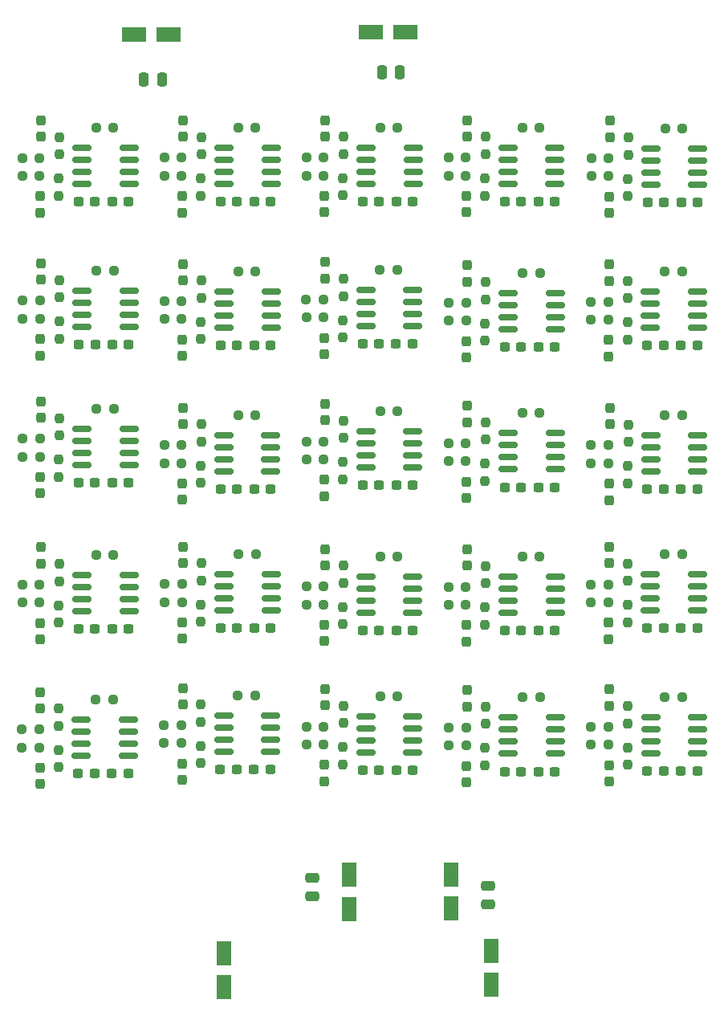
<source format=gbr>
%TF.GenerationSoftware,KiCad,Pcbnew,9.0.4*%
%TF.CreationDate,2025-09-23T10:18:56+12:00*%
%TF.ProjectId,esfgrid_ckt_IA,65736667-7269-4645-9f63-6b745f49412e,rev?*%
%TF.SameCoordinates,Original*%
%TF.FileFunction,Paste,Top*%
%TF.FilePolarity,Positive*%
%FSLAX46Y46*%
G04 Gerber Fmt 4.6, Leading zero omitted, Abs format (unit mm)*
G04 Created by KiCad (PCBNEW 9.0.4) date 2025-09-23 10:18:56*
%MOMM*%
%LPD*%
G01*
G04 APERTURE LIST*
G04 Aperture macros list*
%AMRoundRect*
0 Rectangle with rounded corners*
0 $1 Rounding radius*
0 $2 $3 $4 $5 $6 $7 $8 $9 X,Y pos of 4 corners*
0 Add a 4 corners polygon primitive as box body*
4,1,4,$2,$3,$4,$5,$6,$7,$8,$9,$2,$3,0*
0 Add four circle primitives for the rounded corners*
1,1,$1+$1,$2,$3*
1,1,$1+$1,$4,$5*
1,1,$1+$1,$6,$7*
1,1,$1+$1,$8,$9*
0 Add four rect primitives between the rounded corners*
20,1,$1+$1,$2,$3,$4,$5,0*
20,1,$1+$1,$4,$5,$6,$7,0*
20,1,$1+$1,$6,$7,$8,$9,0*
20,1,$1+$1,$8,$9,$2,$3,0*%
G04 Aperture macros list end*
%ADD10RoundRect,0.237500X-0.250000X-0.237500X0.250000X-0.237500X0.250000X0.237500X-0.250000X0.237500X0*%
%ADD11RoundRect,0.237500X0.237500X-0.250000X0.237500X0.250000X-0.237500X0.250000X-0.237500X-0.250000X0*%
%ADD12RoundRect,0.237500X-0.237500X0.300000X-0.237500X-0.300000X0.237500X-0.300000X0.237500X0.300000X0*%
%ADD13RoundRect,0.237500X-0.237500X0.250000X-0.237500X-0.250000X0.237500X-0.250000X0.237500X0.250000X0*%
%ADD14RoundRect,0.237500X-0.300000X-0.237500X0.300000X-0.237500X0.300000X0.237500X-0.300000X0.237500X0*%
%ADD15RoundRect,0.250000X-1.050000X-0.550000X1.050000X-0.550000X1.050000X0.550000X-1.050000X0.550000X0*%
%ADD16RoundRect,0.237500X0.300000X0.237500X-0.300000X0.237500X-0.300000X-0.237500X0.300000X-0.237500X0*%
%ADD17RoundRect,0.250000X-0.550000X1.050000X-0.550000X-1.050000X0.550000X-1.050000X0.550000X1.050000X0*%
%ADD18RoundRect,0.150000X-0.825000X-0.150000X0.825000X-0.150000X0.825000X0.150000X-0.825000X0.150000X0*%
%ADD19RoundRect,0.250000X-0.250000X-0.475000X0.250000X-0.475000X0.250000X0.475000X-0.250000X0.475000X0*%
%ADD20RoundRect,0.250000X0.475000X-0.250000X0.475000X0.250000X-0.475000X0.250000X-0.475000X-0.250000X0*%
%ADD21RoundRect,0.250000X0.250000X0.475000X-0.250000X0.475000X-0.250000X-0.475000X0.250000X-0.475000X0*%
%ADD22RoundRect,0.250000X0.550000X-1.050000X0.550000X1.050000X-0.550000X1.050000X-0.550000X-1.050000X0*%
G04 APERTURE END LIST*
D10*
%TO.C,R20*%
X228152600Y-57572500D03*
X229977600Y-57572500D03*
%TD*%
D11*
%TO.C,R27*%
X179280000Y-79810000D03*
X179280000Y-77985000D03*
%TD*%
%TO.C,R82*%
X194257500Y-109682500D03*
X194257500Y-107857500D03*
%TD*%
D12*
%TO.C,C88*%
X177247600Y-125047500D03*
X177247600Y-126772500D03*
%TD*%
%TO.C,C104*%
X237280000Y-124777500D03*
X237280000Y-126502500D03*
%TD*%
D10*
%TO.C,R38*%
X205355000Y-75700000D03*
X207180000Y-75700000D03*
%TD*%
D13*
%TO.C,R106*%
X194260000Y-118385000D03*
X194260000Y-120210000D03*
%TD*%
D12*
%TO.C,C64*%
X237290000Y-95097500D03*
X237290000Y-96822500D03*
%TD*%
D14*
%TO.C,C105*%
X244877500Y-125370000D03*
X246602500Y-125370000D03*
%TD*%
D15*
%TO.C,C109*%
X187200000Y-47750000D03*
X190800000Y-47750000D03*
%TD*%
D16*
%TO.C,C82*%
X228032500Y-110600000D03*
X226307500Y-110600000D03*
%TD*%
D12*
%TO.C,C96*%
X207252500Y-124737500D03*
X207252500Y-126462500D03*
%TD*%
D17*
%TO.C,C2*%
X224845000Y-144345000D03*
X224845000Y-147945000D03*
%TD*%
D10*
%TO.C,R53*%
X175425000Y-90380000D03*
X177250000Y-90380000D03*
%TD*%
D12*
%TO.C,C68*%
X177300000Y-109787500D03*
X177300000Y-111512500D03*
%TD*%
D18*
%TO.C,U22*%
X241670000Y-104670000D03*
X241670000Y-105940000D03*
X241670000Y-107210000D03*
X241670000Y-108480000D03*
X246620000Y-108480000D03*
X246620000Y-107210000D03*
X246620000Y-105940000D03*
X246620000Y-104670000D03*
%TD*%
D11*
%TO.C,R72*%
X239250000Y-95050000D03*
X239250000Y-93225000D03*
%TD*%
D13*
%TO.C,R51*%
X179330000Y-88185000D03*
X179330000Y-90010000D03*
%TD*%
D12*
%TO.C,C55*%
X207340000Y-86712500D03*
X207340000Y-88437500D03*
%TD*%
D16*
%TO.C,C46*%
X243042500Y-80555000D03*
X241317500Y-80555000D03*
%TD*%
D14*
%TO.C,C45*%
X244867500Y-80555000D03*
X246592500Y-80555000D03*
%TD*%
D11*
%TO.C,R92*%
X224220000Y-109960000D03*
X224220000Y-108135000D03*
%TD*%
D16*
%TO.C,C34*%
X198062500Y-80510000D03*
X196337500Y-80510000D03*
%TD*%
D10*
%TO.C,R113*%
X205367500Y-120700000D03*
X207192500Y-120700000D03*
%TD*%
D12*
%TO.C,C79*%
X222340000Y-102027500D03*
X222340000Y-103752500D03*
%TD*%
D10*
%TO.C,R94*%
X220377500Y-107860000D03*
X222202500Y-107860000D03*
%TD*%
D16*
%TO.C,C42*%
X228042500Y-80670000D03*
X226317500Y-80670000D03*
%TD*%
D10*
%TO.C,R79*%
X175417500Y-107640000D03*
X177242500Y-107640000D03*
%TD*%
D12*
%TO.C,C7*%
X177377600Y-56817500D03*
X177377600Y-58542500D03*
%TD*%
D10*
%TO.C,R25*%
X243205000Y-57620000D03*
X245030000Y-57620000D03*
%TD*%
D14*
%TO.C,C85*%
X244867500Y-110350000D03*
X246592500Y-110350000D03*
%TD*%
D11*
%TO.C,R57*%
X194220000Y-95030000D03*
X194220000Y-93205000D03*
%TD*%
D10*
%TO.C,R88*%
X205375000Y-105940000D03*
X207200000Y-105940000D03*
%TD*%
%TO.C,R28*%
X175435000Y-75820000D03*
X177260000Y-75820000D03*
%TD*%
%TO.C,R43*%
X220385000Y-76040000D03*
X222210000Y-76040000D03*
%TD*%
D12*
%TO.C,C83*%
X237350000Y-101777500D03*
X237350000Y-103502500D03*
%TD*%
D16*
%TO.C,C54*%
X198032500Y-95670000D03*
X196307500Y-95670000D03*
%TD*%
D13*
%TO.C,R76*%
X179320000Y-103555000D03*
X179320000Y-105380000D03*
%TD*%
D10*
%TO.C,R10*%
X198192600Y-57577500D03*
X200017600Y-57577500D03*
%TD*%
D13*
%TO.C,R41*%
X224290000Y-73845000D03*
X224290000Y-75670000D03*
%TD*%
D14*
%TO.C,C17*%
X214872500Y-65370000D03*
X216597500Y-65370000D03*
%TD*%
D18*
%TO.C,U21*%
X226660000Y-104920000D03*
X226660000Y-106190000D03*
X226660000Y-107460000D03*
X226660000Y-108730000D03*
X231610000Y-108730000D03*
X231610000Y-107460000D03*
X231610000Y-106190000D03*
X231610000Y-104920000D03*
%TD*%
D14*
%TO.C,C37*%
X214837500Y-80330000D03*
X216562500Y-80330000D03*
%TD*%
D13*
%TO.C,R31*%
X194310000Y-73685000D03*
X194310000Y-75510000D03*
%TD*%
D10*
%TO.C,R73*%
X235405000Y-91060000D03*
X237230000Y-91060000D03*
%TD*%
%TO.C,R84*%
X190415000Y-107582500D03*
X192240000Y-107582500D03*
%TD*%
%TO.C,R99*%
X235387500Y-107610000D03*
X237212500Y-107610000D03*
%TD*%
D12*
%TO.C,C8*%
X177297600Y-64797500D03*
X177297600Y-66522500D03*
%TD*%
D10*
%TO.C,R40*%
X213145000Y-72530000D03*
X214970000Y-72530000D03*
%TD*%
D14*
%TO.C,C41*%
X229867500Y-80670000D03*
X231592500Y-80670000D03*
%TD*%
D12*
%TO.C,C92*%
X192240000Y-124617500D03*
X192240000Y-126342500D03*
%TD*%
D16*
%TO.C,C74*%
X198070000Y-110322500D03*
X196345000Y-110322500D03*
%TD*%
D13*
%TO.C,R66*%
X224275000Y-88645000D03*
X224275000Y-90470000D03*
%TD*%
D16*
%TO.C,C106*%
X243052500Y-125370000D03*
X241327500Y-125370000D03*
%TD*%
D12*
%TO.C,C27*%
X177400000Y-71877500D03*
X177400000Y-73602500D03*
%TD*%
D10*
%TO.C,R33*%
X190405000Y-75880000D03*
X192230000Y-75880000D03*
%TD*%
D12*
%TO.C,C24*%
X237300000Y-64827500D03*
X237300000Y-66552500D03*
%TD*%
D13*
%TO.C,R101*%
X179267600Y-118815000D03*
X179267600Y-120640000D03*
%TD*%
D10*
%TO.C,R114*%
X205370000Y-122590000D03*
X207195000Y-122590000D03*
%TD*%
D12*
%TO.C,C91*%
X192320000Y-116637500D03*
X192320000Y-118362500D03*
%TD*%
D19*
%TO.C,C108*%
X213350000Y-51750000D03*
X215250000Y-51750000D03*
%TD*%
D18*
%TO.C,U10*%
X211640000Y-74650000D03*
X211640000Y-75920000D03*
X211640000Y-77190000D03*
X211640000Y-78460000D03*
X216590000Y-78460000D03*
X216590000Y-77190000D03*
X216590000Y-75920000D03*
X216590000Y-74650000D03*
%TD*%
%TO.C,U19*%
X196697500Y-104642500D03*
X196697500Y-105912500D03*
X196697500Y-107182500D03*
X196697500Y-108452500D03*
X201647500Y-108452500D03*
X201647500Y-107182500D03*
X201647500Y-105912500D03*
X201647500Y-104642500D03*
%TD*%
%TO.C,U15*%
X211660000Y-89605000D03*
X211660000Y-90875000D03*
X211660000Y-92145000D03*
X211660000Y-93415000D03*
X216610000Y-93415000D03*
X216610000Y-92145000D03*
X216610000Y-90875000D03*
X216610000Y-89605000D03*
%TD*%
D13*
%TO.C,R61*%
X209280000Y-88460000D03*
X209280000Y-90285000D03*
%TD*%
D10*
%TO.C,R104*%
X175365100Y-122900000D03*
X177190100Y-122900000D03*
%TD*%
D18*
%TO.C,U23*%
X181647600Y-119960000D03*
X181647600Y-121230000D03*
X181647600Y-122500000D03*
X181647600Y-123770000D03*
X186597600Y-123770000D03*
X186597600Y-122500000D03*
X186597600Y-121230000D03*
X186597600Y-119960000D03*
%TD*%
D16*
%TO.C,C22*%
X228020100Y-65372500D03*
X226295100Y-65372500D03*
%TD*%
D13*
%TO.C,R56*%
X194280000Y-88845000D03*
X194280000Y-90670000D03*
%TD*%
D10*
%TO.C,R15*%
X213180000Y-57570000D03*
X215005000Y-57570000D03*
%TD*%
D12*
%TO.C,C75*%
X207340000Y-101997500D03*
X207340000Y-103722500D03*
%TD*%
D13*
%TO.C,R6*%
X194307600Y-58552500D03*
X194307600Y-60377500D03*
%TD*%
D14*
%TO.C,C89*%
X184845100Y-125640000D03*
X186570100Y-125640000D03*
%TD*%
D16*
%TO.C,C50*%
X183082500Y-95010000D03*
X181357500Y-95010000D03*
%TD*%
D20*
%TO.C,C4*%
X224555000Y-139445000D03*
X224555000Y-137545000D03*
%TD*%
D11*
%TO.C,R52*%
X179270000Y-94370000D03*
X179270000Y-92545000D03*
%TD*%
D16*
%TO.C,C14*%
X198060100Y-65377500D03*
X196335100Y-65377500D03*
%TD*%
D11*
%TO.C,R122*%
X239240000Y-124730000D03*
X239240000Y-122905000D03*
%TD*%
D10*
%TO.C,R45*%
X228175000Y-72870000D03*
X230000000Y-72870000D03*
%TD*%
D11*
%TO.C,R47*%
X239230000Y-79915000D03*
X239230000Y-78090000D03*
%TD*%
D10*
%TO.C,R18*%
X220362600Y-60742500D03*
X222187600Y-60742500D03*
%TD*%
D12*
%TO.C,C32*%
X192290000Y-79917500D03*
X192290000Y-81642500D03*
%TD*%
%TO.C,C15*%
X207355000Y-56797500D03*
X207355000Y-58522500D03*
%TD*%
D13*
%TO.C,R71*%
X239310000Y-88865000D03*
X239310000Y-90690000D03*
%TD*%
D18*
%TO.C,U9*%
X196690000Y-74830000D03*
X196690000Y-76100000D03*
X196690000Y-77370000D03*
X196690000Y-78640000D03*
X201640000Y-78640000D03*
X201640000Y-77370000D03*
X201640000Y-76100000D03*
X201640000Y-74830000D03*
%TD*%
D10*
%TO.C,R14*%
X205392500Y-62630000D03*
X207217500Y-62630000D03*
%TD*%
D12*
%TO.C,C20*%
X222247600Y-64780000D03*
X222247600Y-66505000D03*
%TD*%
D10*
%TO.C,R39*%
X205357500Y-77590000D03*
X207182500Y-77590000D03*
%TD*%
D12*
%TO.C,C87*%
X177327600Y-117067500D03*
X177327600Y-118792500D03*
%TD*%
D10*
%TO.C,R19*%
X220365100Y-62632500D03*
X222190100Y-62632500D03*
%TD*%
D16*
%TO.C,C78*%
X213032500Y-110570000D03*
X211307500Y-110570000D03*
%TD*%
D20*
%TO.C,C3*%
X206025000Y-138595000D03*
X206025000Y-136695000D03*
%TD*%
D13*
%TO.C,R86*%
X209280000Y-103745000D03*
X209280000Y-105570000D03*
%TD*%
D12*
%TO.C,C48*%
X177310000Y-94417500D03*
X177310000Y-96142500D03*
%TD*%
D14*
%TO.C,C21*%
X229845100Y-65372500D03*
X231570100Y-65372500D03*
%TD*%
D12*
%TO.C,C52*%
X192260000Y-95077500D03*
X192260000Y-96802500D03*
%TD*%
D10*
%TO.C,R49*%
X235387500Y-77815000D03*
X237212500Y-77815000D03*
%TD*%
D17*
%TO.C,C1*%
X196685000Y-144595000D03*
X196685000Y-148195000D03*
%TD*%
D11*
%TO.C,R77*%
X179260000Y-109740000D03*
X179260000Y-107915000D03*
%TD*%
D10*
%TO.C,R118*%
X220385000Y-120810000D03*
X222210000Y-120810000D03*
%TD*%
%TO.C,R103*%
X175362600Y-121010000D03*
X177187600Y-121010000D03*
%TD*%
D11*
%TO.C,R97*%
X239230000Y-109710000D03*
X239230000Y-107885000D03*
%TD*%
D10*
%TO.C,R35*%
X198195000Y-72710000D03*
X200020000Y-72710000D03*
%TD*%
D16*
%TO.C,C38*%
X213012500Y-80330000D03*
X211287500Y-80330000D03*
%TD*%
D11*
%TO.C,R32*%
X194250000Y-79870000D03*
X194250000Y-78045000D03*
%TD*%
D12*
%TO.C,C67*%
X177380000Y-101807500D03*
X177380000Y-103532500D03*
%TD*%
%TO.C,C43*%
X237350000Y-71982500D03*
X237350000Y-73707500D03*
%TD*%
D13*
%TO.C,R11*%
X209295000Y-58545000D03*
X209295000Y-60370000D03*
%TD*%
D16*
%TO.C,C30*%
X183092500Y-80450000D03*
X181367500Y-80450000D03*
%TD*%
D14*
%TO.C,C49*%
X184907500Y-95010000D03*
X186632500Y-95010000D03*
%TD*%
D18*
%TO.C,U26*%
X226670000Y-119760000D03*
X226670000Y-121030000D03*
X226670000Y-122300000D03*
X226670000Y-123570000D03*
X231620000Y-123570000D03*
X231620000Y-122300000D03*
X231620000Y-121030000D03*
X231620000Y-119760000D03*
%TD*%
D10*
%TO.C,R100*%
X243175000Y-102550000D03*
X245000000Y-102550000D03*
%TD*%
D12*
%TO.C,C31*%
X192370000Y-71937500D03*
X192370000Y-73662500D03*
%TD*%
D18*
%TO.C,U27*%
X241680000Y-119690000D03*
X241680000Y-120960000D03*
X241680000Y-122230000D03*
X241680000Y-123500000D03*
X246630000Y-123500000D03*
X246630000Y-122230000D03*
X246630000Y-120960000D03*
X246630000Y-119690000D03*
%TD*%
%TO.C,U8*%
X181720000Y-74770000D03*
X181720000Y-76040000D03*
X181720000Y-77310000D03*
X181720000Y-78580000D03*
X186670000Y-78580000D03*
X186670000Y-77310000D03*
X186670000Y-76040000D03*
X186670000Y-74770000D03*
%TD*%
D10*
%TO.C,R95*%
X228165000Y-102800000D03*
X229990000Y-102800000D03*
%TD*%
D13*
%TO.C,R96*%
X239290000Y-103525000D03*
X239290000Y-105350000D03*
%TD*%
D18*
%TO.C,U16*%
X226655000Y-89790000D03*
X226655000Y-91060000D03*
X226655000Y-92330000D03*
X226655000Y-93600000D03*
X231605000Y-93600000D03*
X231605000Y-92330000D03*
X231605000Y-91060000D03*
X231605000Y-89790000D03*
%TD*%
%TO.C,U14*%
X196660000Y-89990000D03*
X196660000Y-91260000D03*
X196660000Y-92530000D03*
X196660000Y-93800000D03*
X201610000Y-93800000D03*
X201610000Y-92530000D03*
X201610000Y-91260000D03*
X201610000Y-89990000D03*
%TD*%
D14*
%TO.C,C65*%
X244887500Y-95690000D03*
X246612500Y-95690000D03*
%TD*%
D12*
%TO.C,C72*%
X192297500Y-109730000D03*
X192297500Y-111455000D03*
%TD*%
%TO.C,C19*%
X222327600Y-56800000D03*
X222327600Y-58525000D03*
%TD*%
D11*
%TO.C,R107*%
X194200000Y-124570000D03*
X194200000Y-122745000D03*
%TD*%
D10*
%TO.C,R119*%
X220387500Y-122700000D03*
X222212500Y-122700000D03*
%TD*%
D12*
%TO.C,C16*%
X207275000Y-64777500D03*
X207275000Y-66502500D03*
%TD*%
%TO.C,C71*%
X192377500Y-101750000D03*
X192377500Y-103475000D03*
%TD*%
D10*
%TO.C,R123*%
X235395000Y-120740000D03*
X237220000Y-120740000D03*
%TD*%
D14*
%TO.C,C9*%
X184895100Y-65390000D03*
X186620100Y-65390000D03*
%TD*%
D13*
%TO.C,R26*%
X179340000Y-73625000D03*
X179340000Y-75450000D03*
%TD*%
D10*
%TO.C,R34*%
X190407500Y-77770000D03*
X192232500Y-77770000D03*
%TD*%
%TO.C,R108*%
X190337500Y-120580000D03*
X192162500Y-120580000D03*
%TD*%
%TO.C,R124*%
X235397500Y-122630000D03*
X237222500Y-122630000D03*
%TD*%
D21*
%TO.C,C107*%
X190150000Y-52500000D03*
X188250000Y-52500000D03*
%TD*%
D14*
%TO.C,C33*%
X199887500Y-80510000D03*
X201612500Y-80510000D03*
%TD*%
D12*
%TO.C,C47*%
X177390000Y-86437500D03*
X177390000Y-88162500D03*
%TD*%
%TO.C,C56*%
X207260000Y-94692500D03*
X207260000Y-96417500D03*
%TD*%
D13*
%TO.C,R91*%
X224280000Y-103775000D03*
X224280000Y-105600000D03*
%TD*%
D12*
%TO.C,C28*%
X177320000Y-79857500D03*
X177320000Y-81582500D03*
%TD*%
D10*
%TO.C,R93*%
X220375000Y-105970000D03*
X222200000Y-105970000D03*
%TD*%
D14*
%TO.C,C97*%
X214850000Y-125330000D03*
X216575000Y-125330000D03*
%TD*%
D18*
%TO.C,U25*%
X211652500Y-119650000D03*
X211652500Y-120920000D03*
X211652500Y-122190000D03*
X211652500Y-123460000D03*
X216602500Y-123460000D03*
X216602500Y-122190000D03*
X216602500Y-120920000D03*
X216602500Y-119650000D03*
%TD*%
D10*
%TO.C,R30*%
X183225000Y-72650000D03*
X185050000Y-72650000D03*
%TD*%
D11*
%TO.C,R22*%
X239260000Y-64780000D03*
X239260000Y-62955000D03*
%TD*%
D18*
%TO.C,U24*%
X196640000Y-119530000D03*
X196640000Y-120800000D03*
X196640000Y-122070000D03*
X196640000Y-123340000D03*
X201590000Y-123340000D03*
X201590000Y-122070000D03*
X201590000Y-120800000D03*
X201590000Y-119530000D03*
%TD*%
D14*
%TO.C,C25*%
X244897500Y-65420000D03*
X246622500Y-65420000D03*
%TD*%
%TO.C,C73*%
X199895000Y-110322500D03*
X201620000Y-110322500D03*
%TD*%
%TO.C,C61*%
X229852500Y-95470000D03*
X231577500Y-95470000D03*
%TD*%
D10*
%TO.C,R74*%
X235407500Y-92950000D03*
X237232500Y-92950000D03*
%TD*%
D12*
%TO.C,C36*%
X207240000Y-79737500D03*
X207240000Y-81462500D03*
%TD*%
D10*
%TO.C,R23*%
X235415000Y-60790000D03*
X237240000Y-60790000D03*
%TD*%
%TO.C,R58*%
X190375000Y-91040000D03*
X192200000Y-91040000D03*
%TD*%
%TO.C,R85*%
X198202500Y-102522500D03*
X200027500Y-102522500D03*
%TD*%
D12*
%TO.C,C40*%
X222270000Y-80077500D03*
X222270000Y-81802500D03*
%TD*%
D18*
%TO.C,U7*%
X241700000Y-59740000D03*
X241700000Y-61010000D03*
X241700000Y-62280000D03*
X241700000Y-63550000D03*
X246650000Y-63550000D03*
X246650000Y-62280000D03*
X246650000Y-61010000D03*
X246650000Y-59740000D03*
%TD*%
D12*
%TO.C,C95*%
X207332500Y-116757500D03*
X207332500Y-118482500D03*
%TD*%
%TO.C,C80*%
X222260000Y-110007500D03*
X222260000Y-111732500D03*
%TD*%
D18*
%TO.C,U20*%
X211660000Y-104890000D03*
X211660000Y-106160000D03*
X211660000Y-107430000D03*
X211660000Y-108700000D03*
X216610000Y-108700000D03*
X216610000Y-107430000D03*
X216610000Y-106160000D03*
X216610000Y-104890000D03*
%TD*%
D12*
%TO.C,C39*%
X222350000Y-72097500D03*
X222350000Y-73822500D03*
%TD*%
D13*
%TO.C,R16*%
X224267600Y-58547500D03*
X224267600Y-60372500D03*
%TD*%
D12*
%TO.C,C35*%
X207320000Y-71757500D03*
X207320000Y-73482500D03*
%TD*%
%TO.C,C12*%
X192287600Y-64785000D03*
X192287600Y-66510000D03*
%TD*%
D18*
%TO.C,U3*%
X181697600Y-59710000D03*
X181697600Y-60980000D03*
X181697600Y-62250000D03*
X181697600Y-63520000D03*
X186647600Y-63520000D03*
X186647600Y-62250000D03*
X186647600Y-60980000D03*
X186647600Y-59710000D03*
%TD*%
D12*
%TO.C,C51*%
X192340000Y-87097500D03*
X192340000Y-88822500D03*
%TD*%
D18*
%TO.C,U17*%
X241690000Y-90010000D03*
X241690000Y-91280000D03*
X241690000Y-92550000D03*
X241690000Y-93820000D03*
X246640000Y-93820000D03*
X246640000Y-92550000D03*
X246640000Y-91280000D03*
X246640000Y-90010000D03*
%TD*%
D10*
%TO.C,R13*%
X205390000Y-60740000D03*
X207215000Y-60740000D03*
%TD*%
D11*
%TO.C,R42*%
X224230000Y-80030000D03*
X224230000Y-78205000D03*
%TD*%
D16*
%TO.C,C102*%
X228042500Y-125440000D03*
X226317500Y-125440000D03*
%TD*%
D14*
%TO.C,C81*%
X229857500Y-110600000D03*
X231582500Y-110600000D03*
%TD*%
D12*
%TO.C,C44*%
X237270000Y-79962500D03*
X237270000Y-81687500D03*
%TD*%
D13*
%TO.C,R121*%
X239300000Y-118545000D03*
X239300000Y-120370000D03*
%TD*%
D10*
%TO.C,R90*%
X213165000Y-102770000D03*
X214990000Y-102770000D03*
%TD*%
D13*
%TO.C,R111*%
X209272500Y-118505000D03*
X209272500Y-120330000D03*
%TD*%
D11*
%TO.C,R87*%
X209220000Y-109930000D03*
X209220000Y-108105000D03*
%TD*%
%TO.C,R12*%
X209235000Y-64730000D03*
X209235000Y-62905000D03*
%TD*%
D17*
%TO.C,C5*%
X209845000Y-136335000D03*
X209845000Y-139935000D03*
%TD*%
D10*
%TO.C,R55*%
X183215000Y-87210000D03*
X185040000Y-87210000D03*
%TD*%
D11*
%TO.C,R67*%
X224215000Y-94830000D03*
X224215000Y-93005000D03*
%TD*%
D10*
%TO.C,R98*%
X235385000Y-105720000D03*
X237210000Y-105720000D03*
%TD*%
D14*
%TO.C,C69*%
X184897500Y-110380000D03*
X186622500Y-110380000D03*
%TD*%
D18*
%TO.C,U5*%
X211675000Y-59690000D03*
X211675000Y-60960000D03*
X211675000Y-62230000D03*
X211675000Y-63500000D03*
X216625000Y-63500000D03*
X216625000Y-62230000D03*
X216625000Y-60960000D03*
X216625000Y-59690000D03*
%TD*%
D10*
%TO.C,R3*%
X175412600Y-60760000D03*
X177237600Y-60760000D03*
%TD*%
%TO.C,R80*%
X183205000Y-102580000D03*
X185030000Y-102580000D03*
%TD*%
D11*
%TO.C,R37*%
X209200000Y-79690000D03*
X209200000Y-77865000D03*
%TD*%
D12*
%TO.C,C11*%
X192367600Y-56805000D03*
X192367600Y-58530000D03*
%TD*%
D18*
%TO.C,U13*%
X181710000Y-89330000D03*
X181710000Y-90600000D03*
X181710000Y-91870000D03*
X181710000Y-93140000D03*
X186660000Y-93140000D03*
X186660000Y-91870000D03*
X186660000Y-90600000D03*
X186660000Y-89330000D03*
%TD*%
D12*
%TO.C,C63*%
X237370000Y-87117500D03*
X237370000Y-88842500D03*
%TD*%
D22*
%TO.C,C6*%
X220665000Y-139895000D03*
X220665000Y-136295000D03*
%TD*%
D14*
%TO.C,C57*%
X214857500Y-95285000D03*
X216582500Y-95285000D03*
%TD*%
D10*
%TO.C,R65*%
X213165000Y-87485000D03*
X214990000Y-87485000D03*
%TD*%
%TO.C,R78*%
X175415000Y-105750000D03*
X177240000Y-105750000D03*
%TD*%
D13*
%TO.C,R1*%
X179317600Y-58565000D03*
X179317600Y-60390000D03*
%TD*%
%TO.C,R46*%
X239290000Y-73730000D03*
X239290000Y-75555000D03*
%TD*%
%TO.C,R21*%
X239320000Y-58595000D03*
X239320000Y-60420000D03*
%TD*%
%TO.C,R116*%
X224290000Y-118615000D03*
X224290000Y-120440000D03*
%TD*%
D10*
%TO.C,R8*%
X190402600Y-60747500D03*
X192227600Y-60747500D03*
%TD*%
%TO.C,R24*%
X235417500Y-62680000D03*
X237242500Y-62680000D03*
%TD*%
D14*
%TO.C,C13*%
X199885100Y-65377500D03*
X201610100Y-65377500D03*
%TD*%
D13*
%TO.C,R36*%
X209260000Y-73505000D03*
X209260000Y-75330000D03*
%TD*%
D14*
%TO.C,C53*%
X199857500Y-95670000D03*
X201582500Y-95670000D03*
%TD*%
D16*
%TO.C,C26*%
X243072500Y-65420000D03*
X241347500Y-65420000D03*
%TD*%
D13*
%TO.C,R81*%
X194317500Y-103497500D03*
X194317500Y-105322500D03*
%TD*%
D18*
%TO.C,U11*%
X226670000Y-74990000D03*
X226670000Y-76260000D03*
X226670000Y-77530000D03*
X226670000Y-78800000D03*
X231620000Y-78800000D03*
X231620000Y-77530000D03*
X231620000Y-76260000D03*
X231620000Y-74990000D03*
%TD*%
D10*
%TO.C,R69*%
X220372500Y-92730000D03*
X222197500Y-92730000D03*
%TD*%
D18*
%TO.C,U18*%
X181700000Y-104700000D03*
X181700000Y-105970000D03*
X181700000Y-107240000D03*
X181700000Y-108510000D03*
X186650000Y-108510000D03*
X186650000Y-107240000D03*
X186650000Y-105970000D03*
X186650000Y-104700000D03*
%TD*%
D10*
%TO.C,R60*%
X198165000Y-87870000D03*
X199990000Y-87870000D03*
%TD*%
%TO.C,R120*%
X228175000Y-117640000D03*
X230000000Y-117640000D03*
%TD*%
D16*
%TO.C,C86*%
X243042500Y-110350000D03*
X241317500Y-110350000D03*
%TD*%
%TO.C,C98*%
X213025000Y-125330000D03*
X211300000Y-125330000D03*
%TD*%
D11*
%TO.C,R7*%
X194247600Y-64737500D03*
X194247600Y-62912500D03*
%TD*%
D12*
%TO.C,C99*%
X222350000Y-116867500D03*
X222350000Y-118592500D03*
%TD*%
%TO.C,C76*%
X207260000Y-109977500D03*
X207260000Y-111702500D03*
%TD*%
D10*
%TO.C,R105*%
X183152600Y-117840000D03*
X184977600Y-117840000D03*
%TD*%
%TO.C,R83*%
X190412500Y-105692500D03*
X192237500Y-105692500D03*
%TD*%
D11*
%TO.C,R117*%
X224230000Y-124800000D03*
X224230000Y-122975000D03*
%TD*%
D14*
%TO.C,C77*%
X214857500Y-110570000D03*
X216582500Y-110570000D03*
%TD*%
D10*
%TO.C,R63*%
X205375000Y-90655000D03*
X207200000Y-90655000D03*
%TD*%
%TO.C,R64*%
X205377500Y-92545000D03*
X207202500Y-92545000D03*
%TD*%
D15*
%TO.C,C110*%
X212200000Y-47500000D03*
X215800000Y-47500000D03*
%TD*%
D10*
%TO.C,R4*%
X175415100Y-62650000D03*
X177240100Y-62650000D03*
%TD*%
%TO.C,R70*%
X228160000Y-87670000D03*
X229985000Y-87670000D03*
%TD*%
%TO.C,R9*%
X190405100Y-62637500D03*
X192230100Y-62637500D03*
%TD*%
D16*
%TO.C,C90*%
X183020100Y-125640000D03*
X181295100Y-125640000D03*
%TD*%
D10*
%TO.C,R54*%
X175427500Y-92270000D03*
X177252500Y-92270000D03*
%TD*%
D16*
%TO.C,C66*%
X243062500Y-95690000D03*
X241337500Y-95690000D03*
%TD*%
D10*
%TO.C,R115*%
X213157500Y-117530000D03*
X214982500Y-117530000D03*
%TD*%
D11*
%TO.C,R102*%
X179207600Y-125000000D03*
X179207600Y-123175000D03*
%TD*%
D10*
%TO.C,R29*%
X175437500Y-77710000D03*
X177262500Y-77710000D03*
%TD*%
D14*
%TO.C,C29*%
X184917500Y-80450000D03*
X186642500Y-80450000D03*
%TD*%
D16*
%TO.C,C10*%
X183070100Y-65390000D03*
X181345100Y-65390000D03*
%TD*%
D14*
%TO.C,C93*%
X199837500Y-125210000D03*
X201562500Y-125210000D03*
%TD*%
D18*
%TO.C,U12*%
X241670000Y-74875000D03*
X241670000Y-76145000D03*
X241670000Y-77415000D03*
X241670000Y-78685000D03*
X246620000Y-78685000D03*
X246620000Y-77415000D03*
X246620000Y-76145000D03*
X246620000Y-74875000D03*
%TD*%
%TO.C,U4*%
X196687600Y-59697500D03*
X196687600Y-60967500D03*
X196687600Y-62237500D03*
X196687600Y-63507500D03*
X201637600Y-63507500D03*
X201637600Y-62237500D03*
X201637600Y-60967500D03*
X201637600Y-59697500D03*
%TD*%
D16*
%TO.C,C62*%
X228027500Y-95470000D03*
X226302500Y-95470000D03*
%TD*%
D18*
%TO.C,U6*%
X226647600Y-59692500D03*
X226647600Y-60962500D03*
X226647600Y-62232500D03*
X226647600Y-63502500D03*
X231597600Y-63502500D03*
X231597600Y-62232500D03*
X231597600Y-60962500D03*
X231597600Y-59692500D03*
%TD*%
D11*
%TO.C,R112*%
X209212500Y-124690000D03*
X209212500Y-122865000D03*
%TD*%
D16*
%TO.C,C70*%
X183072500Y-110380000D03*
X181347500Y-110380000D03*
%TD*%
D12*
%TO.C,C84*%
X237270000Y-109757500D03*
X237270000Y-111482500D03*
%TD*%
D10*
%TO.C,R75*%
X243195000Y-87890000D03*
X245020000Y-87890000D03*
%TD*%
%TO.C,R50*%
X243175000Y-72755000D03*
X245000000Y-72755000D03*
%TD*%
D12*
%TO.C,C103*%
X237360000Y-116797500D03*
X237360000Y-118522500D03*
%TD*%
D10*
%TO.C,R48*%
X235385000Y-75925000D03*
X237210000Y-75925000D03*
%TD*%
D12*
%TO.C,C23*%
X237380000Y-56847500D03*
X237380000Y-58572500D03*
%TD*%
D10*
%TO.C,R109*%
X190357500Y-122470000D03*
X192182500Y-122470000D03*
%TD*%
%TO.C,R44*%
X220387500Y-77930000D03*
X222212500Y-77930000D03*
%TD*%
%TO.C,R89*%
X205377500Y-107830000D03*
X207202500Y-107830000D03*
%TD*%
D12*
%TO.C,C100*%
X222270000Y-124847500D03*
X222270000Y-126572500D03*
%TD*%
D10*
%TO.C,R110*%
X198145000Y-117410000D03*
X199970000Y-117410000D03*
%TD*%
D11*
%TO.C,R2*%
X179257600Y-64750000D03*
X179257600Y-62925000D03*
%TD*%
D10*
%TO.C,R68*%
X220370000Y-90840000D03*
X222195000Y-90840000D03*
%TD*%
D16*
%TO.C,C58*%
X213032500Y-95285000D03*
X211307500Y-95285000D03*
%TD*%
D10*
%TO.C,R59*%
X190377500Y-92930000D03*
X192202500Y-92930000D03*
%TD*%
D11*
%TO.C,R17*%
X224207600Y-64732500D03*
X224207600Y-62907500D03*
%TD*%
D16*
%TO.C,C94*%
X198012500Y-125210000D03*
X196287500Y-125210000D03*
%TD*%
D11*
%TO.C,R62*%
X209220000Y-94645000D03*
X209220000Y-92820000D03*
%TD*%
D12*
%TO.C,C59*%
X222335000Y-86897500D03*
X222335000Y-88622500D03*
%TD*%
D10*
%TO.C,R5*%
X183202600Y-57590000D03*
X185027600Y-57590000D03*
%TD*%
D16*
%TO.C,C18*%
X213047500Y-65370000D03*
X211322500Y-65370000D03*
%TD*%
D12*
%TO.C,C60*%
X222255000Y-94877500D03*
X222255000Y-96602500D03*
%TD*%
D10*
%TO.C,R125*%
X243185000Y-117570000D03*
X245010000Y-117570000D03*
%TD*%
D14*
%TO.C,C101*%
X229867500Y-125440000D03*
X231592500Y-125440000D03*
%TD*%
M02*

</source>
